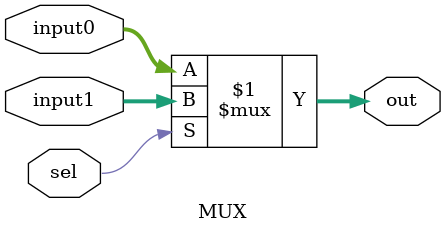
<source format=v>
`timescale 1ns / 1ps


module MUX(
        input [31:0] input1,
        input [31:0] input0,
        input sel,
        output [31:0] out
    );
    
    assign out = (sel ? input1 : input0);
endmodule

</source>
